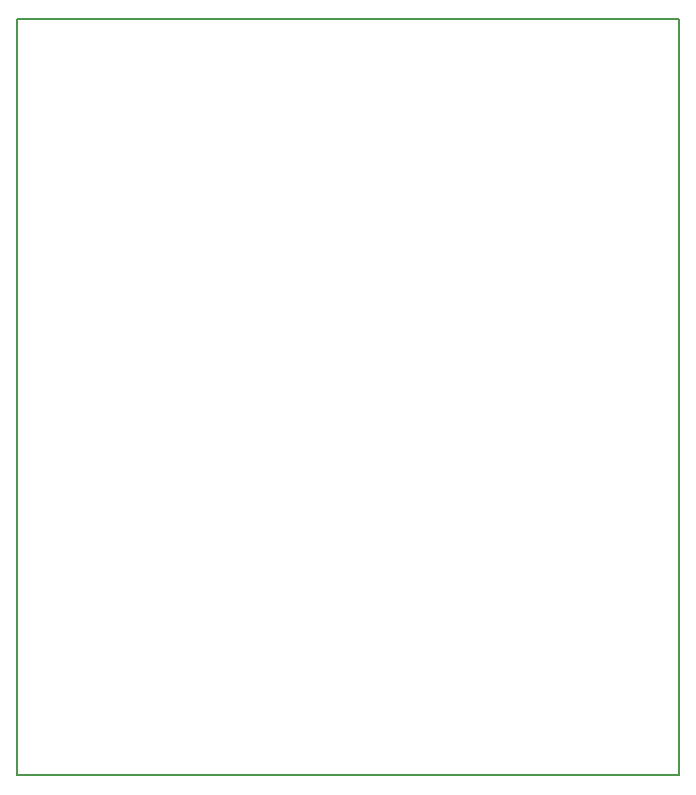
<source format=gbr>
G04 #@! TF.GenerationSoftware,KiCad,Pcbnew,(5.0.2)-1*
G04 #@! TF.CreationDate,2019-02-28T10:09:49+00:00*
G04 #@! TF.ProjectId,AircraftDataLogger,41697263-7261-4667-9444-6174614c6f67,rev?*
G04 #@! TF.SameCoordinates,Original*
G04 #@! TF.FileFunction,Profile,NP*
%FSLAX46Y46*%
G04 Gerber Fmt 4.6, Leading zero omitted, Abs format (unit mm)*
G04 Created by KiCad (PCBNEW (5.0.2)-1) date 28/02/2019 10:09:49*
%MOMM*%
%LPD*%
G01*
G04 APERTURE LIST*
%ADD10C,0.150000*%
G04 APERTURE END LIST*
D10*
X106200000Y-45000000D02*
X106200000Y-109000000D01*
X50200000Y-109000000D02*
X50200000Y-45000000D01*
X50200000Y-109000000D02*
X106200000Y-109000000D01*
X106200000Y-45000000D02*
X50200000Y-45000000D01*
M02*

</source>
